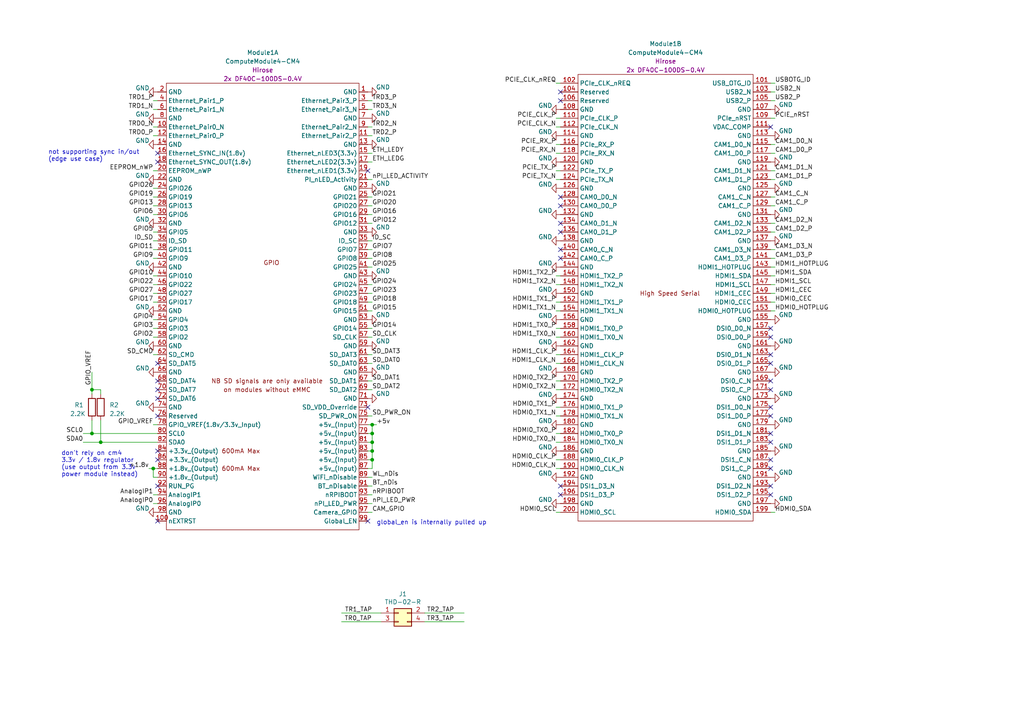
<source format=kicad_sch>
(kicad_sch (version 20210406) (generator eeschema)
  (paper "A4")
  (junction (at 26.67 113.03) (diameter 0.9144))
  (junction (at 26.67 125.73) (diameter 0.9144))
  (junction (at 29.21 128.27) (diameter 0.9144))
  (junction (at 44.45 135.89) (diameter 0.9144))
  (junction (at 107.95 123.19) (diameter 0.9144))
  (junction (at 107.95 125.73) (diameter 0.9144))
  (junction (at 107.95 128.27) (diameter 0.9144))
  (junction (at 107.95 130.81) (diameter 0.9144))
  (junction (at 107.95 133.35) (diameter 0.9144))
  (junction (at 184.15 234.95) (diameter 0.9144))
  (junction (at 186.69 237.49) (diameter 0.9144))
  (junction (at 186.69 250.19) (diameter 0.9144))
  (junction (at 201.93 232.41) (diameter 1.016))
  (no_connect (at 45.72 44.45))
  (no_connect (at 45.72 46.99))
  (no_connect (at 45.72 105.41))
  (no_connect (at 45.72 110.49))
  (no_connect (at 45.72 113.03))
  (no_connect (at 45.72 115.57))
  (no_connect (at 45.72 120.65))
  (no_connect (at 45.72 130.81))
  (no_connect (at 45.72 133.35))
  (no_connect (at 45.72 140.97))
  (no_connect (at 45.72 151.13))
  (no_connect (at 106.68 49.53))
  (no_connect (at 106.68 118.11))
  (no_connect (at 106.68 151.13))
  (no_connect (at 162.56 26.67))
  (no_connect (at 162.56 29.21))
  (no_connect (at 162.56 57.15))
  (no_connect (at 162.56 59.69))
  (no_connect (at 162.56 64.77))
  (no_connect (at 162.56 67.31))
  (no_connect (at 162.56 72.39))
  (no_connect (at 162.56 74.93))
  (no_connect (at 162.56 140.97))
  (no_connect (at 162.56 143.51))
  (no_connect (at 223.52 36.83))
  (no_connect (at 223.52 95.25))
  (no_connect (at 223.52 97.79))
  (no_connect (at 223.52 102.87))
  (no_connect (at 223.52 105.41))
  (no_connect (at 223.52 110.49))
  (no_connect (at 223.52 113.03))
  (no_connect (at 223.52 118.11))
  (no_connect (at 223.52 120.65))
  (no_connect (at 223.52 125.73))
  (no_connect (at 223.52 128.27))
  (no_connect (at 223.52 133.35))
  (no_connect (at 223.52 135.89))
  (no_connect (at 223.52 140.97))
  (no_connect (at 223.52 143.51))
  (wire (pts (xy 10.16 335.28) (xy 11.43 335.28)))
  (wire (pts (xy 10.16 339.09) (xy 11.43 339.09)))
  (wire (pts (xy 10.16 341.63) (xy 11.43 341.63)))
  (wire (pts (xy 10.16 345.44) (xy 11.43 345.44)))
  (wire (pts (xy 11.43 218.44) (xy 12.7 218.44)))
  (wire (pts (xy 11.43 226.06) (xy 12.7 226.06)))
  (wire (pts (xy 11.43 228.6) (xy 12.7 228.6)))
  (wire (pts (xy 11.43 243.84) (xy 12.7 243.84)))
  (wire (pts (xy 11.43 256.54) (xy 12.7 256.54)))
  (wire (pts (xy 11.43 259.08) (xy 12.7 259.08)))
  (wire (pts (xy 11.43 266.7) (xy 12.7 266.7)))
  (wire (pts (xy 11.43 270.51) (xy 12.7 270.51)))
  (wire (pts (xy 11.43 273.05) (xy 12.7 273.05)))
  (wire (pts (xy 11.43 276.86) (xy 12.7 276.86)))
  (wire (pts (xy 11.43 303.53) (xy 12.7 303.53)))
  (wire (pts (xy 11.43 306.07) (xy 12.7 306.07)))
  (wire (pts (xy 24.13 125.73) (xy 26.67 125.73)))
  (wire (pts (xy 24.13 128.27) (xy 29.21 128.27)))
  (wire (pts (xy 26.67 107.95) (xy 26.67 113.03)))
  (wire (pts (xy 26.67 113.03) (xy 26.67 114.3)))
  (wire (pts (xy 26.67 113.03) (xy 29.21 113.03)))
  (wire (pts (xy 26.67 121.92) (xy 26.67 125.73)))
  (wire (pts (xy 26.67 125.73) (xy 45.72 125.73)))
  (wire (pts (xy 26.67 218.44) (xy 27.94 218.44)))
  (wire (pts (xy 29.21 114.3) (xy 29.21 113.03)))
  (wire (pts (xy 29.21 121.92) (xy 29.21 128.27)))
  (wire (pts (xy 29.21 128.27) (xy 45.72 128.27)))
  (wire (pts (xy 35.56 303.53) (xy 36.83 303.53)))
  (wire (pts (xy 35.56 306.07) (xy 36.83 306.07)))
  (wire (pts (xy 35.56 308.61) (xy 36.83 308.61)))
  (wire (pts (xy 35.56 311.15) (xy 36.83 311.15)))
  (wire (pts (xy 35.56 313.69) (xy 36.83 313.69)))
  (wire (pts (xy 35.56 316.23) (xy 36.83 316.23)))
  (wire (pts (xy 36.83 226.06) (xy 38.1 226.06)))
  (wire (pts (xy 36.83 228.6) (xy 38.1 228.6)))
  (wire (pts (xy 36.83 233.68) (xy 38.1 233.68)))
  (wire (pts (xy 36.83 236.22) (xy 38.1 236.22)))
  (wire (pts (xy 36.83 238.76) (xy 38.1 238.76)))
  (wire (pts (xy 38.1 231.14) (xy 36.83 231.14)))
  (wire (pts (xy 38.1 266.7) (xy 39.37 266.7)))
  (wire (pts (xy 38.1 269.24) (xy 39.37 269.24)))
  (wire (pts (xy 38.1 273.05) (xy 39.37 273.05)))
  (wire (pts (xy 38.1 275.59) (xy 39.37 275.59)))
  (wire (pts (xy 38.1 279.4) (xy 39.37 279.4)))
  (wire (pts (xy 38.1 281.94) (xy 39.37 281.94)))
  (wire (pts (xy 38.1 285.75) (xy 39.37 285.75)))
  (wire (pts (xy 38.1 288.29) (xy 39.37 288.29)))
  (wire (pts (xy 38.1 292.1) (xy 39.37 292.1)))
  (wire (pts (xy 38.1 294.64) (xy 39.37 294.64)))
  (wire (pts (xy 40.64 335.28) (xy 41.91 335.28)))
  (wire (pts (xy 40.64 337.82) (xy 41.91 337.82)))
  (wire (pts (xy 40.64 342.9) (xy 41.91 342.9)))
  (wire (pts (xy 40.64 345.44) (xy 41.91 345.44)))
  (wire (pts (xy 43.18 135.89) (xy 44.45 135.89)))
  (wire (pts (xy 43.18 243.84) (xy 44.45 243.84)))
  (wire (pts (xy 43.18 246.38) (xy 44.45 246.38)))
  (wire (pts (xy 43.18 250.19) (xy 44.45 250.19)))
  (wire (pts (xy 43.18 252.73) (xy 44.45 252.73)))
  (wire (pts (xy 43.18 256.54) (xy 44.45 256.54)))
  (wire (pts (xy 43.18 259.08) (xy 44.45 259.08)))
  (wire (pts (xy 44.45 29.21) (xy 45.72 29.21)))
  (wire (pts (xy 44.45 31.75) (xy 45.72 31.75)))
  (wire (pts (xy 44.45 36.83) (xy 45.72 36.83)))
  (wire (pts (xy 44.45 39.37) (xy 45.72 39.37)))
  (wire (pts (xy 44.45 49.53) (xy 45.72 49.53)))
  (wire (pts (xy 44.45 54.61) (xy 45.72 54.61)))
  (wire (pts (xy 44.45 57.15) (xy 45.72 57.15)))
  (wire (pts (xy 44.45 59.69) (xy 45.72 59.69)))
  (wire (pts (xy 44.45 62.23) (xy 45.72 62.23)))
  (wire (pts (xy 44.45 67.31) (xy 45.72 67.31)))
  (wire (pts (xy 44.45 69.85) (xy 45.72 69.85)))
  (wire (pts (xy 44.45 72.39) (xy 45.72 72.39)))
  (wire (pts (xy 44.45 74.93) (xy 45.72 74.93)))
  (wire (pts (xy 44.45 80.01) (xy 45.72 80.01)))
  (wire (pts (xy 44.45 82.55) (xy 45.72 82.55)))
  (wire (pts (xy 44.45 85.09) (xy 45.72 85.09)))
  (wire (pts (xy 44.45 87.63) (xy 45.72 87.63)))
  (wire (pts (xy 44.45 92.71) (xy 45.72 92.71)))
  (wire (pts (xy 44.45 95.25) (xy 45.72 95.25)))
  (wire (pts (xy 44.45 97.79) (xy 45.72 97.79)))
  (wire (pts (xy 44.45 102.87) (xy 45.72 102.87)))
  (wire (pts (xy 44.45 123.19) (xy 45.72 123.19)))
  (wire (pts (xy 44.45 135.89) (xy 44.45 138.43)))
  (wire (pts (xy 44.45 135.89) (xy 45.72 135.89)))
  (wire (pts (xy 44.45 143.51) (xy 45.72 143.51)))
  (wire (pts (xy 44.45 146.05) (xy 45.72 146.05)))
  (wire (pts (xy 45.72 138.43) (xy 44.45 138.43)))
  (wire (pts (xy 99.06 177.8) (xy 110.49 177.8)))
  (wire (pts (xy 99.06 180.34) (xy 110.49 180.34)))
  (wire (pts (xy 102.87 223.52) (xy 104.14 223.52)))
  (wire (pts (xy 102.87 226.06) (xy 104.14 226.06)))
  (wire (pts (xy 102.87 228.6) (xy 104.14 228.6)))
  (wire (pts (xy 106.68 29.21) (xy 107.95 29.21)))
  (wire (pts (xy 106.68 31.75) (xy 107.95 31.75)))
  (wire (pts (xy 106.68 36.83) (xy 107.95 36.83)))
  (wire (pts (xy 106.68 39.37) (xy 107.95 39.37)))
  (wire (pts (xy 106.68 44.45) (xy 107.95 44.45)))
  (wire (pts (xy 106.68 46.99) (xy 107.95 46.99)))
  (wire (pts (xy 106.68 52.07) (xy 107.95 52.07)))
  (wire (pts (xy 106.68 57.15) (xy 107.95 57.15)))
  (wire (pts (xy 106.68 59.69) (xy 107.95 59.69)))
  (wire (pts (xy 106.68 62.23) (xy 107.95 62.23)))
  (wire (pts (xy 106.68 64.77) (xy 107.95 64.77)))
  (wire (pts (xy 106.68 69.85) (xy 107.95 69.85)))
  (wire (pts (xy 106.68 72.39) (xy 107.95 72.39)))
  (wire (pts (xy 106.68 74.93) (xy 107.95 74.93)))
  (wire (pts (xy 106.68 77.47) (xy 107.95 77.47)))
  (wire (pts (xy 106.68 82.55) (xy 107.95 82.55)))
  (wire (pts (xy 106.68 85.09) (xy 107.95 85.09)))
  (wire (pts (xy 106.68 87.63) (xy 107.95 87.63)))
  (wire (pts (xy 106.68 90.17) (xy 107.95 90.17)))
  (wire (pts (xy 106.68 95.25) (xy 107.95 95.25)))
  (wire (pts (xy 106.68 97.79) (xy 107.95 97.79)))
  (wire (pts (xy 106.68 102.87) (xy 107.95 102.87)))
  (wire (pts (xy 106.68 105.41) (xy 107.95 105.41)))
  (wire (pts (xy 106.68 110.49) (xy 107.95 110.49)))
  (wire (pts (xy 106.68 113.03) (xy 107.95 113.03)))
  (wire (pts (xy 106.68 120.65) (xy 107.95 120.65)))
  (wire (pts (xy 106.68 123.19) (xy 107.95 123.19)))
  (wire (pts (xy 106.68 125.73) (xy 107.95 125.73)))
  (wire (pts (xy 106.68 128.27) (xy 107.95 128.27)))
  (wire (pts (xy 106.68 130.81) (xy 107.95 130.81)))
  (wire (pts (xy 106.68 133.35) (xy 107.95 133.35)))
  (wire (pts (xy 106.68 138.43) (xy 107.95 138.43)))
  (wire (pts (xy 106.68 140.97) (xy 107.95 140.97)))
  (wire (pts (xy 106.68 143.51) (xy 107.95 143.51)))
  (wire (pts (xy 106.68 146.05) (xy 107.95 146.05)))
  (wire (pts (xy 106.68 148.59) (xy 107.95 148.59)))
  (wire (pts (xy 107.95 123.19) (xy 107.95 125.73)))
  (wire (pts (xy 107.95 125.73) (xy 107.95 128.27)))
  (wire (pts (xy 107.95 128.27) (xy 107.95 130.81)))
  (wire (pts (xy 107.95 130.81) (xy 107.95 133.35)))
  (wire (pts (xy 107.95 133.35) (xy 107.95 135.89)))
  (wire (pts (xy 107.95 135.89) (xy 106.68 135.89)))
  (wire (pts (xy 109.22 123.19) (xy 107.95 123.19)))
  (wire (pts (xy 123.19 177.8) (xy 134.62 177.8)))
  (wire (pts (xy 123.19 180.34) (xy 134.62 180.34)))
  (wire (pts (xy 128.27 223.52) (xy 129.54 223.52)))
  (wire (pts (xy 128.27 226.06) (xy 129.54 226.06)))
  (wire (pts (xy 128.27 228.6) (xy 129.54 228.6)))
  (wire (pts (xy 128.27 231.14) (xy 129.54 231.14)))
  (wire (pts (xy 128.27 233.68) (xy 129.54 233.68)))
  (wire (pts (xy 128.27 236.22) (xy 129.54 236.22)))
  (wire (pts (xy 128.27 238.76) (xy 129.54 238.76)))
  (wire (pts (xy 128.27 241.3) (xy 129.54 241.3)))
  (wire (pts (xy 128.27 243.84) (xy 129.54 243.84)))
  (wire (pts (xy 128.27 246.38) (xy 129.54 246.38)))
  (wire (pts (xy 128.27 248.92) (xy 129.54 248.92)))
  (wire (pts (xy 128.27 251.46) (xy 129.54 251.46)))
  (wire (pts (xy 128.27 256.54) (xy 129.54 256.54)))
  (wire (pts (xy 128.27 259.08) (xy 129.54 259.08)))
  (wire (pts (xy 128.27 261.62) (xy 129.54 261.62)))
  (wire (pts (xy 128.27 264.16) (xy 129.54 264.16)))
  (wire (pts (xy 128.27 266.7) (xy 129.54 266.7)))
  (wire (pts (xy 128.27 269.24) (xy 129.54 269.24)))
  (wire (pts (xy 128.27 271.78) (xy 129.54 271.78)))
  (wire (pts (xy 128.27 274.32) (xy 129.54 274.32)))
  (wire (pts (xy 128.27 276.86) (xy 129.54 276.86)))
  (wire (pts (xy 128.27 279.4) (xy 129.54 279.4)))
  (wire (pts (xy 128.27 281.94) (xy 129.54 281.94)))
  (wire (pts (xy 128.27 284.48) (xy 129.54 284.48)))
  (wire (pts (xy 128.27 289.56) (xy 129.54 289.56)))
  (wire (pts (xy 128.27 292.1) (xy 129.54 292.1)))
  (wire (pts (xy 128.27 294.64) (xy 129.54 294.64)))
  (wire (pts (xy 128.27 297.18) (xy 129.54 297.18)))
  (wire (pts (xy 128.27 299.72) (xy 129.54 299.72)))
  (wire (pts (xy 128.27 302.26) (xy 129.54 302.26)))
  (wire (pts (xy 128.27 304.8) (xy 129.54 304.8)))
  (wire (pts (xy 128.27 307.34) (xy 129.54 307.34)))
  (wire (pts (xy 128.27 309.88) (xy 129.54 309.88)))
  (wire (pts (xy 128.27 312.42) (xy 129.54 312.42)))
  (wire (pts (xy 128.27 316.23) (xy 129.54 316.23)))
  (wire (pts (xy 128.27 318.77) (xy 129.54 318.77)))
  (wire (pts (xy 128.27 321.31) (xy 129.54 321.31)))
  (wire (pts (xy 128.27 323.85) (xy 129.54 323.85)))
  (wire (pts (xy 128.27 327.66) (xy 129.54 327.66)))
  (wire (pts (xy 128.27 330.2) (xy 129.54 330.2)))
  (wire (pts (xy 128.27 335.28) (xy 129.54 335.28)))
  (wire (pts (xy 128.27 337.82) (xy 129.54 337.82)))
  (wire (pts (xy 128.27 341.63) (xy 129.54 341.63)))
  (wire (pts (xy 128.27 344.17) (xy 129.54 344.17)))
  (wire (pts (xy 128.27 347.98) (xy 129.54 347.98)))
  (wire (pts (xy 128.27 350.52) (xy 129.54 350.52)))
  (wire (pts (xy 161.29 24.13) (xy 162.56 24.13)))
  (wire (pts (xy 161.29 34.29) (xy 162.56 34.29)))
  (wire (pts (xy 161.29 36.83) (xy 162.56 36.83)))
  (wire (pts (xy 161.29 41.91) (xy 162.56 41.91)))
  (wire (pts (xy 161.29 44.45) (xy 162.56 44.45)))
  (wire (pts (xy 161.29 49.53) (xy 162.56 49.53)))
  (wire (pts (xy 161.29 52.07) (xy 162.56 52.07)))
  (wire (pts (xy 161.29 80.01) (xy 162.56 80.01)))
  (wire (pts (xy 161.29 82.55) (xy 162.56 82.55)))
  (wire (pts (xy 161.29 87.63) (xy 162.56 87.63)))
  (wire (pts (xy 161.29 90.17) (xy 162.56 90.17)))
  (wire (pts (xy 161.29 95.25) (xy 162.56 95.25)))
  (wire (pts (xy 161.29 97.79) (xy 162.56 97.79)))
  (wire (pts (xy 161.29 102.87) (xy 162.56 102.87)))
  (wire (pts (xy 161.29 105.41) (xy 162.56 105.41)))
  (wire (pts (xy 161.29 110.49) (xy 162.56 110.49)))
  (wire (pts (xy 161.29 113.03) (xy 162.56 113.03)))
  (wire (pts (xy 161.29 118.11) (xy 162.56 118.11)))
  (wire (pts (xy 161.29 120.65) (xy 162.56 120.65)))
  (wire (pts (xy 161.29 125.73) (xy 162.56 125.73)))
  (wire (pts (xy 161.29 128.27) (xy 162.56 128.27)))
  (wire (pts (xy 161.29 133.35) (xy 162.56 133.35)))
  (wire (pts (xy 161.29 135.89) (xy 162.56 135.89)))
  (wire (pts (xy 161.29 148.59) (xy 162.56 148.59)))
  (wire (pts (xy 176.53 234.95) (xy 184.15 234.95)))
  (wire (pts (xy 176.53 237.49) (xy 186.69 237.49)))
  (wire (pts (xy 179.07 232.41) (xy 187.96 232.41)))
  (wire (pts (xy 184.15 234.95) (xy 187.96 234.95)))
  (wire (pts (xy 184.15 241.3) (xy 184.15 234.95)))
  (wire (pts (xy 184.15 248.92) (xy 184.15 250.19)))
  (wire (pts (xy 186.69 237.49) (xy 187.96 237.49)))
  (wire (pts (xy 186.69 241.3) (xy 186.69 237.49)))
  (wire (pts (xy 186.69 250.19) (xy 184.15 250.19)))
  (wire (pts (xy 186.69 250.19) (xy 186.69 248.92)))
  (wire (pts (xy 186.69 255.27) (xy 186.69 250.19)))
  (wire (pts (xy 200.66 232.41) (xy 201.93 232.41)))
  (wire (pts (xy 200.66 234.95) (xy 201.93 234.95)))
  (wire (pts (xy 200.66 237.49) (xy 201.93 237.49)))
  (wire (pts (xy 200.66 240.03) (xy 212.09 240.03)))
  (wire (pts (xy 201.93 232.41) (xy 207.01 232.41)))
  (wire (pts (xy 201.93 234.95) (xy 201.93 232.41)))
  (wire (pts (xy 201.93 237.49) (xy 201.93 281.94)))
  (wire (pts (xy 223.52 24.13) (xy 224.79 24.13)))
  (wire (pts (xy 223.52 26.67) (xy 224.79 26.67)))
  (wire (pts (xy 223.52 29.21) (xy 224.79 29.21)))
  (wire (pts (xy 223.52 34.29) (xy 224.79 34.29)))
  (wire (pts (xy 223.52 41.91) (xy 224.79 41.91)))
  (wire (pts (xy 223.52 44.45) (xy 224.79 44.45)))
  (wire (pts (xy 223.52 49.53) (xy 224.79 49.53)))
  (wire (pts (xy 223.52 52.07) (xy 224.79 52.07)))
  (wire (pts (xy 223.52 57.15) (xy 224.79 57.15)))
  (wire (pts (xy 223.52 59.69) (xy 224.79 59.69)))
  (wire (pts (xy 223.52 64.77) (xy 224.79 64.77)))
  (wire (pts (xy 223.52 67.31) (xy 224.79 67.31)))
  (wire (pts (xy 223.52 72.39) (xy 224.79 72.39)))
  (wire (pts (xy 223.52 74.93) (xy 224.79 74.93)))
  (wire (pts (xy 223.52 77.47) (xy 224.79 77.47)))
  (wire (pts (xy 223.52 80.01) (xy 224.79 80.01)))
  (wire (pts (xy 223.52 82.55) (xy 224.79 82.55)))
  (wire (pts (xy 223.52 85.09) (xy 224.79 85.09)))
  (wire (pts (xy 223.52 87.63) (xy 224.79 87.63)))
  (wire (pts (xy 223.52 90.17) (xy 224.79 90.17)))
  (wire (pts (xy 223.52 148.59) (xy 224.79 148.59)))
  (text "not supporting sync in/out\n(edge use case)" (at 13.97 46.99 0) (effects (font (size 1.27 1.27)) (justify left bottom)))
  (text "don't rely on cm4 \n3.3v / 1.8v regulator\n(use output from 3.3v \npower module instead)" (at 17.78 138.43 0) (effects (font (size 1.27 1.27)) (justify left bottom)))
  (text "global_en is internally pulled up" (at 109.22 152.4 0) (effects (font (size 1.27 1.27)) (justify left bottom)))
  (text "40Way GPIO Header" (at 179.07 227.33 0) (effects (font (size 2.007 2.007)) (justify left bottom)))
  (label "+3.3v" (at 10.16 335.28 180))
  (label "USB2_P" (at 10.16 339.09 180))
  (label "USB2_N" (at 10.16 341.63 180))
  (label "USBOTG_ID" (at 10.16 345.44 180))
  (label "+5v" (at 11.43 218.44 180))
  (label "+3.3v" (at 11.43 226.06 180))
  (label "SD_PWR_ON" (at 11.43 228.6 180))
  (label "+3.3v" (at 11.43 243.84 180))
  (label "PCIE_nRST" (at 11.43 256.54 180))
  (label "PCIE_CLK_nREQ" (at 11.43 259.08 180))
  (label "+3.3v" (at 11.43 266.7 180))
  (label "SDA0" (at 11.43 270.51 180))
  (label "SCL0" (at 11.43 273.05 180))
  (label "CAM_GPIO" (at 11.43 276.86 180))
  (label "+3.3v" (at 11.43 303.53 180))
  (label "+1.8v" (at 11.43 306.07 180))
  (label "SCL0" (at 24.13 125.73 180))
  (label "SDA0" (at 24.13 128.27 180))
  (label "GPIO_VREF" (at 26.67 111.76 90))
  (label "+3.3v" (at 27.94 218.44 0))
  (label "USBOTG_ID" (at 36.83 303.53 0))
  (label "nRPIBOOT" (at 36.83 306.07 0))
  (label "EEPROM_nWP" (at 36.83 308.61 0))
  (label "WL_nDis" (at 36.83 311.15 0))
  (label "BT_nDis" (at 36.83 313.69 0))
  (label "GPIO_VREF" (at 36.83 316.23 0))
  (label "SD_CLK" (at 38.1 226.06 0))
  (label "SD_CMD" (at 38.1 228.6 0))
  (label "SD_DAT3" (at 38.1 231.14 0))
  (label "SD_DAT2" (at 38.1 233.68 0))
  (label "SD_DAT1" (at 38.1 236.22 0))
  (label "SD_DAT0" (at 38.1 238.76 0))
  (label "CAM1_D0_N" (at 39.37 266.7 0))
  (label "CAM1_D0_P" (at 39.37 269.24 0))
  (label "CAM1_D1_N" (at 39.37 273.05 0))
  (label "CAM1_D1_P" (at 39.37 275.59 0))
  (label "CAM1_D2_N" (at 39.37 279.4 0))
  (label "CAM1_D2_P" (at 39.37 281.94 0))
  (label "CAM1_D3_N" (at 39.37 285.75 0))
  (label "CAM1_D3_P" (at 39.37 288.29 0))
  (label "CAM1_C_N" (at 39.37 292.1 0))
  (label "CAM1_C_P" (at 39.37 294.64 0))
  (label "USB2_HOST_N" (at 41.91 335.28 0))
  (label "USB2_HOST_P" (at 41.91 337.82 0))
  (label "USB2_DEV_N" (at 41.91 342.9 0))
  (label "USB2_DEV_P" (at 41.91 345.44 0))
  (label "+1.8v" (at 43.18 135.89 180))
  (label "TRD1_P" (at 44.45 29.21 180))
  (label "TRD1_N" (at 44.45 31.75 180))
  (label "TRD0_N" (at 44.45 36.83 180))
  (label "TRD0_P" (at 44.45 39.37 180))
  (label "EEPROM_nWP" (at 44.45 49.53 180))
  (label "GPIO26" (at 44.45 54.61 180))
  (label "GPIO19" (at 44.45 57.15 180))
  (label "GPIO13" (at 44.45 59.69 180))
  (label "GPIO6" (at 44.45 62.23 180))
  (label "GPIO5" (at 44.45 67.31 180))
  (label "ID_SD" (at 44.45 69.85 180))
  (label "GPIO11" (at 44.45 72.39 180))
  (label "GPIO9" (at 44.45 74.93 180))
  (label "GPIO10" (at 44.45 80.01 180))
  (label "GPIO22" (at 44.45 82.55 180))
  (label "GPIO27" (at 44.45 85.09 180))
  (label "GPIO17" (at 44.45 87.63 180))
  (label "GPIO4" (at 44.45 92.71 180))
  (label "GPIO3" (at 44.45 95.25 180))
  (label "GPIO2" (at 44.45 97.79 180))
  (label "SD_CMD" (at 44.45 102.87 180))
  (label "GPIO_VREF" (at 44.45 123.19 180))
  (label "AnalogIP1" (at 44.45 143.51 180))
  (label "AnalogIP0" (at 44.45 146.05 180))
  (label "PCIE_TX_N" (at 44.45 243.84 0))
  (label "PCIE_TX_P" (at 44.45 246.38 0))
  (label "PCIE_RX_N" (at 44.45 250.19 0))
  (label "PCIE_RX_P" (at 44.45 252.73 0))
  (label "PCIE_CLK_N" (at 44.45 256.54 0))
  (label "PCIE_CLK_P" (at 44.45 259.08 0))
  (label "+5v" (at 102.87 223.52 180))
  (label "+3.3v" (at 102.87 226.06 180))
  (label "+1.8v" (at 102.87 228.6 180))
  (label "TR0_TAP" (at 107.8484 180.34 180))
  (label "TRD3_P" (at 107.95 29.21 0))
  (label "TRD3_N" (at 107.95 31.75 0))
  (label "TRD2_N" (at 107.95 36.83 0))
  (label "TRD2_P" (at 107.95 39.37 0))
  (label "ETH_LEDY" (at 107.95 44.45 0))
  (label "ETH_LEDG" (at 107.95 46.99 0))
  (label "nPI_LED_ACTIVITY" (at 107.95 52.07 0))
  (label "GPIO21" (at 107.95 57.15 0))
  (label "GPIO20" (at 107.95 59.69 0))
  (label "GPIO16" (at 107.95 62.23 0))
  (label "GPIO12" (at 107.95 64.77 0))
  (label "ID_SC" (at 107.95 69.85 0))
  (label "GPIO7" (at 107.95 72.39 0))
  (label "GPIO8" (at 107.95 74.93 0))
  (label "GPIO25" (at 107.95 77.47 0))
  (label "GPIO24" (at 107.95 82.55 0))
  (label "GPIO23" (at 107.95 85.09 0))
  (label "GPIO18" (at 107.95 87.63 0))
  (label "GPIO15" (at 107.95 90.17 0))
  (label "GPIO14" (at 107.95 95.25 0))
  (label "SD_CLK" (at 107.95 97.79 0))
  (label "SD_DAT3" (at 107.95 102.87 0))
  (label "SD_DAT0" (at 107.95 105.41 0))
  (label "SD_DAT1" (at 107.95 110.49 0))
  (label "SD_DAT2" (at 107.95 113.03 0))
  (label "SD_PWR_ON" (at 107.95 120.65 0))
  (label "WL_nDis" (at 107.95 138.43 0))
  (label "BT_nDis" (at 107.95 140.97 0))
  (label "nRPIBOOT" (at 107.95 143.51 0))
  (label "nPI_LED_PWR" (at 107.95 146.05 0))
  (label "CAM_GPIO" (at 107.95 148.59 0))
  (label "TR1_TAP" (at 107.95 177.8 180))
  (label "+5v" (at 109.22 123.19 0))
  (label "HDMI0_TX0_P" (at 129.54 223.52 0))
  (label "HDMI0_TX0_N" (at 129.54 226.06 0))
  (label "HDMI0_TX1_P" (at 129.54 228.6 0))
  (label "HDMI0_TX1_N" (at 129.54 231.14 0))
  (label "HDMI0_TX2_P" (at 129.54 233.68 0))
  (label "HDMI0_TX2_N" (at 129.54 236.22 0))
  (label "HDMI0_CLK_P" (at 129.54 238.76 0))
  (label "HDMI0_CLK_N" (at 129.54 241.3 0))
  (label "HDMI0_CEC" (at 129.54 243.84 0))
  (label "HDMI0_SCL" (at 129.54 246.38 0))
  (label "HDMI0_SDA" (at 129.54 248.92 0))
  (label "HDMI0_HOTPLUG" (at 129.54 251.46 0))
  (label "HDMI1_TX0_P" (at 129.54 256.54 0))
  (label "HDMI1_TX0_N" (at 129.54 259.08 0))
  (label "HDMI1_TX1_P" (at 129.54 261.62 0))
  (label "HDMI1_TX1_N" (at 129.54 264.16 0))
  (label "HDMI1_TX2_P" (at 129.54 266.7 0))
  (label "HDMI1_TX2_N" (at 129.54 269.24 0))
  (label "HDMI1_CLK_P" (at 129.54 271.78 0))
  (label "HDMI1_CLK_N" (at 129.54 274.32 0))
  (label "HDMI1_CEC" (at 129.54 276.86 0))
  (label "HDMI1_SCL" (at 129.54 279.4 0))
  (label "HDMI1_SDA" (at 129.54 281.94 0))
  (label "HDMI1_HOTPLUG" (at 129.54 284.48 0))
  (label "TRD0_P" (at 129.54 289.56 0))
  (label "TRD0_N" (at 129.54 292.1 0))
  (label "TRD1_P" (at 129.54 294.64 0))
  (label "TRD1_N" (at 129.54 297.18 0))
  (label "TRD2_P" (at 129.54 299.72 0))
  (label "TRD2_N" (at 129.54 302.26 0))
  (label "TRD3_P" (at 129.54 304.8 0))
  (label "TRD3_N" (at 129.54 307.34 0))
  (label "ETH_LEDY" (at 129.54 309.88 0))
  (label "ETH_LEDG" (at 129.54 312.42 0))
  (label "TR0_TAP" (at 129.54 316.23 0))
  (label "TR1_TAP" (at 129.54 318.77 0))
  (label "TR2_TAP" (at 129.54 321.31 0))
  (label "TR3_TAP" (at 129.54 323.85 0))
  (label "USB2_HOST_P" (at 129.54 327.66 0))
  (label "USB2_HOST_N" (at 129.54 330.2 0))
  (label "USB2_DEV_P" (at 129.54 335.28 0))
  (label "USB2_DEV_N" (at 129.54 337.82 0))
  (label "nPI_LED_PWR" (at 129.54 341.63 0))
  (label "nPI_LED_ACTIVITY" (at 129.54 344.17 0))
  (label "AnalogIP1" (at 129.54 347.98 0))
  (label "AnalogIP0" (at 129.54 350.52 0))
  (label "TR3_TAP" (at 131.7244 180.34 180))
  (label "TR2_TAP" (at 131.7498 177.8 180))
  (label "PCIE_CLK_nREQ" (at 161.29 24.13 180))
  (label "PCIE_CLK_P" (at 161.29 34.29 180))
  (label "PCIE_CLK_N" (at 161.29 36.83 180))
  (label "PCIE_RX_P" (at 161.29 41.91 180))
  (label "PCIE_RX_N" (at 161.29 44.45 180))
  (label "PCIE_TX_P" (at 161.29 49.53 180))
  (label "PCIE_TX_N" (at 161.29 52.07 180))
  (label "HDMI1_TX2_P" (at 161.29 80.01 180))
  (label "HDMI1_TX2_N" (at 161.29 82.55 180))
  (label "HDMI1_TX1_P" (at 161.29 87.63 180))
  (label "HDMI1_TX1_N" (at 161.29 90.17 180))
  (label "HDMI1_TX0_P" (at 161.29 95.25 180))
  (label "HDMI1_TX0_N" (at 161.29 97.79 180))
  (label "HDMI1_CLK_P" (at 161.29 102.87 180))
  (label "HDMI1_CLK_N" (at 161.29 105.41 180))
  (label "HDMI0_TX2_P" (at 161.29 110.49 180))
  (label "HDMI0_TX2_N" (at 161.29 113.03 180))
  (label "HDMI0_TX1_P" (at 161.29 118.11 180))
  (label "HDMI0_TX1_N" (at 161.29 120.65 180))
  (label "HDMI0_TX0_P" (at 161.29 125.73 180))
  (label "HDMI0_TX0_N" (at 161.29 128.27 180))
  (label "HDMI0_CLK_P" (at 161.29 133.35 180))
  (label "HDMI0_CLK_N" (at 161.29 135.89 180))
  (label "HDMI0_SCL" (at 161.29 148.59 180))
  (label "GPIO2" (at 182.88 234.95 180))
  (label "GPIO3" (at 182.88 237.49 180))
  (label "+3.3v" (at 184.15 232.41 180))
  (label "GPIO_VREF" (at 186.69 251.46 270))
  (label "+5v" (at 205.74 232.41 180))
  (label "GPIO14" (at 210.82 240.03 180))
  (label "USBOTG_ID" (at 224.79 24.13 0))
  (label "USB2_N" (at 224.79 26.67 0))
  (label "USB2_P" (at 224.79 29.21 0))
  (label "PCIE_nRST" (at 224.79 34.29 0))
  (label "CAM1_D0_N" (at 224.79 41.91 0))
  (label "CAM1_D0_P" (at 224.79 44.45 0))
  (label "CAM1_D1_N" (at 224.79 49.53 0))
  (label "CAM1_D1_P" (at 224.79 52.07 0))
  (label "CAM1_C_N" (at 224.79 57.15 0))
  (label "CAM1_C_P" (at 224.79 59.69 0))
  (label "CAM1_D2_N" (at 224.79 64.77 0))
  (label "CAM1_D2_P" (at 224.79 67.31 0))
  (label "CAM1_D3_N" (at 224.79 72.39 0))
  (label "CAM1_D3_P" (at 224.79 74.93 0))
  (label "HDMI1_HOTPLUG" (at 224.79 77.47 0))
  (label "HDMI1_SDA" (at 224.79 80.01 0))
  (label "HDMI1_SCL" (at 224.79 82.55 0))
  (label "HDMI1_CEC" (at 224.79 85.09 0))
  (label "HDMI0_CEC" (at 224.79 87.63 0))
  (label "HDMI0_HOTPLUG" (at 224.79 90.17 0))
  (label "HDMI0_SDA" (at 224.79 148.59 0))
  (symbol (lib_id "power:GND") (at 45.72 26.67 270) (unit 1)
    (property "Reference" "#PWR01" (effects hide))
    (property "Value" "GND" (at 41.3258 25.527 90))
  )
  (symbol (lib_id "power:GND") (at 45.72 34.29 270) (unit 1)
    (property "Reference" "#PWR05" (effects hide))
    (property "Value" "GND" (at 41.3258 33.147 90))
  )
  (symbol (lib_id "power:GND") (at 45.72 41.91 270) (unit 1)
    (property "Reference" "#PWR09" (effects hide))
    (property "Value" "GND" (at 41.3258 40.767 90))
  )
  (symbol (lib_id "power:GND") (at 45.72 52.07 270) (unit 1)
    (property "Reference" "#PWR013" (effects hide))
    (property "Value" "GND" (at 41.3258 50.927 90))
  )
  (symbol (lib_id "power:GND") (at 45.72 64.77 270) (unit 1)
    (property "Reference" "#PWR019" (effects hide))
    (property "Value" "GND" (at 41.3258 63.627 90))
  )
  (symbol (lib_id "power:GND") (at 45.72 77.47 270) (unit 1)
    (property "Reference" "#PWR023" (effects hide))
    (property "Value" "GND" (at 41.3258 76.327 90))
  )
  (symbol (lib_id "power:GND") (at 45.72 90.17 270) (unit 1)
    (property "Reference" "#PWR027" (effects hide))
    (property "Value" "GND" (at 41.3258 89.027 90))
  )
  (symbol (lib_id "power:GND") (at 45.72 100.33 270) (unit 1)
    (property "Reference" "#PWR031" (effects hide))
    (property "Value" "GND" (at 41.3258 99.187 90))
  )
  (symbol (lib_id "power:GND") (at 45.72 107.95 270) (unit 1)
    (property "Reference" "#PWR035" (effects hide))
    (property "Value" "GND" (at 41.3258 106.807 90))
  )
  (symbol (lib_id "power:GND") (at 45.72 118.11 270) (unit 1)
    (property "Reference" "#PWR042" (effects hide))
    (property "Value" "GND" (at 41.3258 116.967 90))
  )
  (symbol (lib_id "power:GND") (at 45.72 148.59 270) (unit 1)
    (property "Reference" "#PWR051" (effects hide))
    (property "Value" "GND" (at 41.3258 147.447 90))
  )
  (symbol (lib_id "power:GND") (at 106.68 26.67 90) (unit 1)
    (property "Reference" "#PWR02" (effects hide))
    (property "Value" "GND" (at 111.0742 25.273 90))
  )
  (symbol (lib_id "power:GND") (at 106.68 34.29 90) (unit 1)
    (property "Reference" "#PWR06" (effects hide))
    (property "Value" "GND" (at 111.0742 32.893 90))
  )
  (symbol (lib_id "power:GND") (at 106.68 41.91 90) (unit 1)
    (property "Reference" "#PWR010" (effects hide))
    (property "Value" "GND" (at 111.0742 40.513 90))
  )
  (symbol (lib_id "power:GND") (at 106.68 54.61 90) (unit 1)
    (property "Reference" "#PWR014" (effects hide))
    (property "Value" "GND" (at 111.0742 53.213 90))
  )
  (symbol (lib_id "power:GND") (at 106.68 67.31 90) (unit 1)
    (property "Reference" "#PWR020" (effects hide))
    (property "Value" "GND" (at 111.0742 65.913 90))
  )
  (symbol (lib_id "power:GND") (at 106.68 80.01 90) (unit 1)
    (property "Reference" "#PWR025" (effects hide))
    (property "Value" "GND" (at 111.0742 78.613 90))
  )
  (symbol (lib_id "power:GND") (at 106.68 92.71 90) (unit 1)
    (property "Reference" "#PWR028" (effects hide))
    (property "Value" "GND" (at 111.0742 91.313 90))
  )
  (symbol (lib_id "power:GND") (at 106.68 100.33 90) (unit 1)
    (property "Reference" "#PWR032" (effects hide))
    (property "Value" "GND" (at 111.0742 98.933 90))
  )
  (symbol (lib_id "power:GND") (at 106.68 107.95 90) (unit 1)
    (property "Reference" "#PWR036" (effects hide))
    (property "Value" "GND" (at 111.0742 106.553 90))
  )
  (symbol (lib_id "power:GND") (at 106.68 115.57 90) (unit 1)
    (property "Reference" "#PWR039" (effects hide))
    (property "Value" "GND" (at 111.0742 114.173 90))
  )
  (symbol (lib_id "power:GND") (at 162.56 31.75 270) (unit 1)
    (property "Reference" "#PWR03" (effects hide))
    (property "Value" "GND" (at 158.1658 30.607 90))
  )
  (symbol (lib_id "power:GND") (at 162.56 39.37 270) (unit 1)
    (property "Reference" "#PWR07" (effects hide))
    (property "Value" "GND" (at 158.1658 38.227 90))
  )
  (symbol (lib_id "power:GND") (at 162.56 46.99 270) (unit 1)
    (property "Reference" "#PWR011" (effects hide))
    (property "Value" "GND" (at 158.1658 45.847 90))
  )
  (symbol (lib_id "power:GND") (at 162.56 54.61 270) (unit 1)
    (property "Reference" "#PWR015" (effects hide))
    (property "Value" "GND" (at 158.1658 53.467 90))
  )
  (symbol (lib_id "power:GND") (at 162.56 62.23 270) (unit 1)
    (property "Reference" "#PWR017" (effects hide))
    (property "Value" "GND" (at 158.1658 61.087 90))
  )
  (symbol (lib_id "power:GND") (at 162.56 69.85 270) (unit 1)
    (property "Reference" "#PWR021" (effects hide))
    (property "Value" "GND" (at 158.1658 68.707 90))
  )
  (symbol (lib_id "power:GND") (at 162.56 77.47 270) (unit 1)
    (property "Reference" "#PWR024" (effects hide))
    (property "Value" "GND" (at 158.1658 76.327 90))
  )
  (symbol (lib_id "power:GND") (at 162.56 85.09 270) (unit 1)
    (property "Reference" "#PWR026" (effects hide))
    (property "Value" "GND" (at 158.1658 83.947 90))
  )
  (symbol (lib_id "power:GND") (at 162.56 92.71 270) (unit 1)
    (property "Reference" "#PWR029" (effects hide))
    (property "Value" "GND" (at 158.1658 91.567 90))
  )
  (symbol (lib_id "power:GND") (at 162.56 100.33 270) (unit 1)
    (property "Reference" "#PWR033" (effects hide))
    (property "Value" "GND" (at 158.1658 99.187 90))
  )
  (symbol (lib_id "power:GND") (at 162.56 107.95 270) (unit 1)
    (property "Reference" "#PWR037" (effects hide))
    (property "Value" "GND" (at 158.1658 106.807 90))
  )
  (symbol (lib_id "power:GND") (at 162.56 115.57 270) (unit 1)
    (property "Reference" "#PWR040" (effects hide))
    (property "Value" "GND" (at 158.1658 114.427 90))
  )
  (symbol (lib_id "power:GND") (at 162.56 123.19 270) (unit 1)
    (property "Reference" "#PWR043" (effects hide))
    (property "Value" "GND" (at 158.1658 122.047 90))
  )
  (symbol (lib_id "power:GND") (at 162.56 130.81 270) (unit 1)
    (property "Reference" "#PWR045" (effects hide))
    (property "Value" "GND" (at 158.1658 129.667 90))
  )
  (symbol (lib_id "power:GND") (at 162.56 138.43 270) (unit 1)
    (property "Reference" "#PWR047" (effects hide))
    (property "Value" "GND" (at 158.1658 137.287 90))
  )
  (symbol (lib_id "power:GND") (at 162.56 146.05 270) (unit 1)
    (property "Reference" "#PWR049" (effects hide))
    (property "Value" "GND" (at 158.1658 144.907 90))
  )
  (symbol (lib_id "power:GND") (at 201.93 281.94 0) (unit 1)
    (property "Reference" "#PWR053" (effects hide))
    (property "Value" "GND" (at 202.057 286.3342 0))
  )
  (symbol (lib_id "power:GND") (at 223.52 31.75 90) (unit 1)
    (property "Reference" "#PWR04" (effects hide))
    (property "Value" "GND" (at 227.9142 30.353 90))
  )
  (symbol (lib_id "power:GND") (at 223.52 39.37 90) (unit 1)
    (property "Reference" "#PWR08" (effects hide))
    (property "Value" "GND" (at 227.9142 37.973 90))
  )
  (symbol (lib_id "power:GND") (at 223.52 46.99 90) (unit 1)
    (property "Reference" "#PWR012" (effects hide))
    (property "Value" "GND" (at 227.9142 45.593 90))
  )
  (symbol (lib_id "power:GND") (at 223.52 54.61 90) (unit 1)
    (property "Reference" "#PWR016" (effects hide))
    (property "Value" "GND" (at 227.9142 53.213 90))
  )
  (symbol (lib_id "power:GND") (at 223.52 62.23 90) (unit 1)
    (property "Reference" "#PWR018" (effects hide))
    (property "Value" "GND" (at 227.9142 60.833 90))
  )
  (symbol (lib_id "power:GND") (at 223.52 69.85 90) (unit 1)
    (property "Reference" "#PWR022" (effects hide))
    (property "Value" "GND" (at 227.9142 68.453 90))
  )
  (symbol (lib_id "power:GND") (at 223.52 92.71 90) (unit 1)
    (property "Reference" "#PWR030" (effects hide))
    (property "Value" "GND" (at 227.9142 91.313 90))
  )
  (symbol (lib_id "power:GND") (at 223.52 100.33 90) (unit 1)
    (property "Reference" "#PWR034" (effects hide))
    (property "Value" "GND" (at 227.9142 98.933 90))
  )
  (symbol (lib_id "power:GND") (at 223.52 107.95 90) (unit 1)
    (property "Reference" "#PWR038" (effects hide))
    (property "Value" "GND" (at 227.9142 106.553 90))
  )
  (symbol (lib_id "power:GND") (at 223.52 115.57 90) (unit 1)
    (property "Reference" "#PWR041" (effects hide))
    (property "Value" "GND" (at 227.9142 114.173 90))
  )
  (symbol (lib_id "power:GND") (at 223.52 123.19 90) (unit 1)
    (property "Reference" "#PWR044" (effects hide))
    (property "Value" "GND" (at 227.9142 121.793 90))
  )
  (symbol (lib_id "power:GND") (at 223.52 130.81 90) (unit 1)
    (property "Reference" "#PWR046" (effects hide))
    (property "Value" "GND" (at 227.9142 129.413 90))
  )
  (symbol (lib_id "power:GND") (at 223.52 138.43 90) (unit 1)
    (property "Reference" "#PWR048" (effects hide))
    (property "Value" "GND" (at 227.9142 137.033 90))
  )
  (symbol (lib_id "power:GND") (at 223.52 146.05 90) (unit 1)
    (property "Reference" "#PWR050" (effects hide))
    (property "Value" "GND" (at 227.9142 144.653 90))
  )
  (symbol (lib_id "Device:R") (at 26.67 118.11 0) (unit 1)
    (property "Reference" "R1" (at 21.59 117.4749 0) (effects (justify left)))
    (property "Value" "2.2K" (at 20.32 120.0149 0) (effects (justify left)))
    (property "Footprint" "Resistor_SMD:R_0603_1608Metric" (effects hide))
  )
  (symbol (lib_id "Device:R") (at 29.21 118.11 0) (unit 1)
    (property "Reference" "R2" (at 31.75 117.4749 0) (effects (justify left)))
    (property "Value" "2.2K" (at 31.75 120.0149 0) (effects (justify left)))
    (property "Footprint" "Resistor_SMD:R_0603_1608Metric" (effects hide))
  )
  (symbol (lib_id "Device:R") (at 184.15 245.11 180) (unit 1)
    (property "Reference" "R8" (at 181.61 245.7451 0) (effects (justify left)))
    (property "Value" "2.2K" (at 181.61 243.2051 0) (effects (justify left)))
    (property "Footprint" "Resistor_SMD:R_0603_1608Metric" (effects hide))
  )
  (symbol (lib_id "Device:R") (at 186.69 245.11 180) (unit 1)
    (property "Reference" "R9" (at 191.77 245.7451 0) (effects (justify left)))
    (property "Value" "2.2K" (at 193.04 243.2051 0) (effects (justify left)))
    (property "Footprint" "Resistor_SMD:R_0603_1608Metric" (effects hide))
  )
  (symbol (lib_id "Connector_Generic:Conn_02x02_Odd_Even") (at 115.57 177.8 0) (unit 1)
    (property "Reference" "J1" (at 116.84 172.2882 0))
    (property "Value" "THD-02-R" (at 116.84 174.5996 0))
    (property "Footprint" "Connector_PinHeader_2.54mm:PinHeader_2x02_P2.54mm_Vertical" (effects hide))
    (property "Datasheet" "https://www.toby.co.uk/uploads/publications/1673.pdf" (effects hide))
    (property "Field4" "Toby" (effects hide))
    (property "Field5" "THD-02-R" (effects hide))
    (property "Field6" "151-604-425-761" (effects hide))
    (property "Field7" "EDAC" (effects hide))
    (property "Field8" "UCON00791" (effects hide))
    (property "Part Description" "PinHeader_2x02_P2.54mm_Vertical" (effects hide))
  )
  (symbol (lib_id "cm4crypto:rpi-40-jus-power") (at 193.04 255.27 0) (unit 1)
    (property "Reference" "J2" (at 201.93 229.87 0))
    (property "Value" "THD-20-R" (at 194.31 229.2096 0))
    (property "Footprint" "cm4crypto:rpi-40-just-power" (effects hide))
    (property "Field4" "Toby" (effects hide))
    (property "Field5" "THD-20-R" (effects hide))
    (property "Field6" "THD-20-R" (effects hide))
    (property "Field7" "Toby" (effects hide))
    (property "Field8" "UCON00511" (effects hide))
    (property "Part Description" "PinHeader_2x20_P2.54mm_Vertical" (effects hide))
  )
  (symbol (lib_id "cm4crypto:ComputeModule4-CM4") (at 53.34 85.09 0) (unit 2)
    (property "Reference" "Module1" (at 193.04 12.7 0))
    (property "Value" "ComputeModule4-CM4" (at 193.04 15.24 0))
    (property "Footprint" "cm4crypto:Raspberry-Pi-4-Compute-Module-diagonal-mount-bl-ur" (effects hide))
    (property "Field4" "Hirose" (at 193.04 17.78 0))
    (property "Field5" "2x DF40C-100DS-0.4V" (at 193.04 20.32 0))
  )
  (symbol (lib_id "cm4crypto:ComputeModule4-CM4") (at 78.74 82.55 0) (unit 1)
    (property "Reference" "Module1" (at 76.2 15.24 0))
    (property "Value" "ComputeModule4-CM4" (at 76.2 17.78 0))
    (property "Footprint" "cm4crypto:Raspberry-Pi-4-Compute-Module-diagonal-mount-bl-ur" (effects hide))
    (property "Field4" "Hirose" (at 76.2 20.32 0))
    (property "Field5" "2x DF40C-100DS-0.4V" (at 76.2 22.86 0))
  )
  (sheet (at 12.7 264.16) (size 25.4 33.02) (stroke (width 0.0006))
    (property "Sheet name" "camera" (at 12.7 263.5243 0) (effects (justify left bottom)))
    (property "Sheet file" "./sheets/camera.kicad_sch" (effects hide))
    (pin "CAM1_D0_N" output (at 38.1 266.7 0))
    (pin "CAM1_D0_P" output (at 38.1 269.24 0))
    (pin "CAM1_D1_P" output (at 38.1 275.59 0))
    (pin "CAM1_D1_N" output (at 38.1 273.05 0))
    (pin "CAM1_C_N" output (at 38.1 292.1 0))
    (pin "CAM1_C_P" output (at 38.1 294.64 0))
    (pin "CAM1_D2_P" output (at 38.1 281.94 0))
    (pin "CAM1_D2_N" output (at 38.1 279.4 0))
    (pin "CAM1_D3_P" output (at 38.1 288.29 0))
    (pin "CAM1_D3_N" output (at 38.1 285.75 0))
    (pin "+3.3v" input (at 12.7 266.7 180))
    (pin "SDA0" input (at 12.7 270.51 180))
    (pin "CAM_GPIO" input (at 12.7 276.86 180))
    (pin "SCL0" input (at 12.7 273.05 180))
  )
  (sheet (at 104.14 220.98) (size 24.13 132.08) (stroke (width 0.0006))
    (property "Sheet name" "escalator" (at 104.14 220.3443 0) (effects (justify left bottom)))
    (property "Sheet file" "./sheets/escalator.kicad_sch" (effects hide))
    (pin "+5v" input (at 104.14 223.52 180))
    (pin "+3.3v" input (at 104.14 226.06 180))
    (pin "TR0_TAP" input (at 128.27 316.23 0))
    (pin "TRD2_N" bidirectional (at 128.27 302.26 0))
    (pin "TRD3_P" bidirectional (at 128.27 304.8 0))
    (pin "TRD3_N" bidirectional (at 128.27 307.34 0))
    (pin "TR3_TAP" input (at 128.27 323.85 0))
    (pin "TRD2_P" bidirectional (at 128.27 299.72 0))
    (pin "ETH_LEDG" output (at 128.27 312.42 0))
    (pin "ETH_LEDY" output (at 128.27 309.88 0))
    (pin "nPI_LED_PWR" output (at 128.27 341.63 0))
    (pin "HDMI0_HOTPLUG" bidirectional (at 128.27 251.46 0))
    (pin "nPI_LED_ACTIVITY" output (at 128.27 344.17 0))
    (pin "HDMI0_TX2_P" bidirectional (at 128.27 233.68 0))
    (pin "HDMI0_TX2_N" bidirectional (at 128.27 236.22 0))
    (pin "HDMI1_CLK_N" bidirectional (at 128.27 274.32 0))
    (pin "HDMI1_CLK_P" bidirectional (at 128.27 271.78 0))
    (pin "HDMI1_TX1_P" bidirectional (at 128.27 261.62 0))
    (pin "HDMI1_TX1_N" bidirectional (at 128.27 264.16 0))
    (pin "HDMI0_SDA" bidirectional (at 128.27 248.92 0))
    (pin "HDMI0_CEC" bidirectional (at 128.27 243.84 0))
    (pin "HDMI0_TX0_P" bidirectional (at 128.27 223.52 0))
    (pin "HDMI0_TX0_N" bidirectional (at 128.27 226.06 0))
    (pin "HDMI0_SCL" output (at 128.27 246.38 0))
    (pin "HDMI1_CEC" bidirectional (at 128.27 276.86 0))
    (pin "Analog_IP1" input (at 128.27 347.98 0))
    (pin "TR1_TAP" input (at 128.27 318.77 0))
    (pin "TR2_TAP" input (at 128.27 321.31 0))
    (pin "Analog_IP0" input (at 128.27 350.52 0))
    (pin "USB2_HOST_P" bidirectional (at 128.27 327.66 0))
    (pin "USB2_HOST_N" bidirectional (at 128.27 330.2 0))
    (pin "USB2_DEV_P" bidirectional (at 128.27 335.28 0))
    (pin "USB2_DEV_N" bidirectional (at 128.27 337.82 0))
    (pin "HDMI1_SDA" bidirectional (at 128.27 281.94 0))
    (pin "TRD0_N" bidirectional (at 128.27 292.1 0))
    (pin "HDMI1_TX2_N" bidirectional (at 128.27 269.24 0))
    (pin "HDMI0_TX1_N" bidirectional (at 128.27 231.14 0))
    (pin "HDMI0_TX1_P" bidirectional (at 128.27 228.6 0))
    (pin "HDMI1_HOTPLUG" bidirectional (at 128.27 284.48 0))
    (pin "HDMI1_TX0_P" bidirectional (at 128.27 256.54 0))
    (pin "HDMI1_TX0_N" bidirectional (at 128.27 259.08 0))
    (pin "HDMI1_TX2_P" bidirectional (at 128.27 266.7 0))
    (pin "HDMI1_SCL" output (at 128.27 279.4 0))
    (pin "HDMI0_CLK_N" bidirectional (at 128.27 241.3 0))
    (pin "HDMI0_CLK_P" bidirectional (at 128.27 238.76 0))
    (pin "TRD1_P" bidirectional (at 128.27 294.64 0))
    (pin "TRD1_N" bidirectional (at 128.27 297.18 0))
    (pin "TRD0_P" bidirectional (at 128.27 289.56 0))
  )
  (sheet (at 12.7 300.99) (size 22.86 17.78) (stroke (width 0.0006))
    (property "Sheet name" "jumpers" (at 12.7 300.3543 0) (effects (justify left bottom)))
    (property "Sheet file" "./sheets/jumpers.kicad_sch" (effects hide))
    (pin "nRPIBOOT" output (at 35.56 306.07 0))
    (pin "BT_nDis" output (at 35.56 313.69 0))
    (pin "EEPROM_nWP" output (at 35.56 308.61 0))
    (pin "WL_nDis" output (at 35.56 311.15 0))
    (pin "USBOTG_ID" output (at 35.56 303.53 0))
    (pin "+3.3v" input (at 12.7 303.53 180))
    (pin "GPIO_VREF" output (at 35.56 316.23 0))
    (pin "+1.8v" input (at 12.7 306.07 180))
  )
  (sheet (at 12.7 242.57) (size 30.48 17.78) (stroke (width 0.0006))
    (property "Sheet name" "m.2-m" (at 12.7 241.9343 0) (effects (justify left bottom)))
    (property "Sheet file" "./sheets/m.2-m.kicad_sch" (effects hide))
    (pin "+3.3v" input (at 12.7 243.84 180))
    (pin "PCIE_TX_N" input (at 43.18 243.84 0))
    (pin "PCIE_TX_P" input (at 43.18 246.38 0))
    (pin "PCIE_RX_N" output (at 43.18 250.19 0))
    (pin "PCIE_RX_P" output (at 43.18 252.73 0))
    (pin "PCIE_CLK_N" input (at 43.18 256.54 0))
    (pin "PCIE_CLK_P" input (at 43.18 259.08 0))
    (pin "PCIE_nRST" input (at 12.7 256.54 180))
    (pin "PCIE_CLK_nREQ" output (at 12.7 259.08 180))
  )
  (sheet (at 12.7 217.17) (size 13.97 3.81) (stroke (width 0.0006))
    (property "Sheet name" "power" (at 12.7 216.5343 0) (effects (justify left bottom)))
    (property "Sheet file" "./sheets/power.kicad_sch" (effects hide))
    (pin "+5v" input (at 12.7 218.44 180))
    (pin "+3.3v" output (at 26.67 218.44 0))
  )
  (sheet (at 12.7 224.79) (size 24.13 15.24) (stroke (width 0.0006))
    (property "Sheet name" "sd" (at 12.7 224.1543 0) (effects (justify left bottom)))
    (property "Sheet file" "./sheets/sd.kicad_sch" (effects hide))
    (pin "SD_PWR_ON" input (at 12.7 228.6 180))
    (pin "SD_DAT2" bidirectional (at 36.83 233.68 0))
    (pin "SD_DAT3" bidirectional (at 36.83 231.14 0))
    (pin "+3.3v" input (at 12.7 226.06 180))
    (pin "SD_CLK" bidirectional (at 36.83 226.06 0))
    (pin "SD_CMD" bidirectional (at 36.83 228.6 0))
    (pin "SD_DAT1" bidirectional (at 36.83 236.22 0))
    (pin "SD_DAT0" bidirectional (at 36.83 238.76 0))
  )
  (sheet (at 11.43 334.01) (size 29.21 12.7) (stroke (width 0.0006))
    (property "Sheet name" "usb-mux" (at 11.43 333.3743 0) (effects (justify left bottom)))
    (property "Sheet file" "./sheets/usb-mux.kicad_sch" (effects hide))
    (pin "USB2_HOST_N" bidirectional (at 40.64 335.28 0))
    (pin "USB2_P" bidirectional (at 11.43 339.09 180))
    (pin "USB2_N" bidirectional (at 11.43 341.63 180))
    (pin "USBOTG_ID" input (at 11.43 345.44 180))
    (pin "USB2_DEV_P" bidirectional (at 40.64 345.44 0))
    (pin "USB2_DEV_N" bidirectional (at 40.64 342.9 0))
    (pin "+3.3v" input (at 11.43 335.28 180))
    (pin "USB2_HOST_P" bidirectional (at 40.64 337.82 0))
  )
)
</source>
